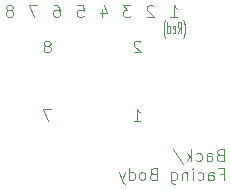
<source format=gbr>
%TF.GenerationSoftware,KiCad,Pcbnew,9.0.0*%
%TF.CreationDate,2025-03-11T10:13:07-07:00*%
%TF.ProjectId,360LPNeckfromBodyWithPinHeaders,3336304c-504e-4656-936b-66726f6d426f,rev?*%
%TF.SameCoordinates,Original*%
%TF.FileFunction,Legend,Bot*%
%TF.FilePolarity,Positive*%
%FSLAX46Y46*%
G04 Gerber Fmt 4.6, Leading zero omitted, Abs format (unit mm)*
G04 Created by KiCad (PCBNEW 9.0.0) date 2025-03-11 10:13:07*
%MOMM*%
%LPD*%
G01*
G04 APERTURE LIST*
%ADD10C,0.100000*%
G04 APERTURE END LIST*
D10*
X35741353Y-22622419D02*
X35122306Y-22622419D01*
X35122306Y-22622419D02*
X35455639Y-23003371D01*
X35455639Y-23003371D02*
X35312782Y-23003371D01*
X35312782Y-23003371D02*
X35217544Y-23050990D01*
X35217544Y-23050990D02*
X35169925Y-23098609D01*
X35169925Y-23098609D02*
X35122306Y-23193847D01*
X35122306Y-23193847D02*
X35122306Y-23431942D01*
X35122306Y-23431942D02*
X35169925Y-23527180D01*
X35169925Y-23527180D02*
X35217544Y-23574800D01*
X35217544Y-23574800D02*
X35312782Y-23622419D01*
X35312782Y-23622419D02*
X35598496Y-23622419D01*
X35598496Y-23622419D02*
X35693734Y-23574800D01*
X35693734Y-23574800D02*
X35741353Y-23527180D01*
X39122306Y-23622419D02*
X39693734Y-23622419D01*
X39408020Y-23622419D02*
X39408020Y-22622419D01*
X39408020Y-22622419D02*
X39503258Y-22765276D01*
X39503258Y-22765276D02*
X39598496Y-22860514D01*
X39598496Y-22860514D02*
X39693734Y-22908133D01*
X25603258Y-23050990D02*
X25698496Y-23003371D01*
X25698496Y-23003371D02*
X25746115Y-22955752D01*
X25746115Y-22955752D02*
X25793734Y-22860514D01*
X25793734Y-22860514D02*
X25793734Y-22812895D01*
X25793734Y-22812895D02*
X25746115Y-22717657D01*
X25746115Y-22717657D02*
X25698496Y-22670038D01*
X25698496Y-22670038D02*
X25603258Y-22622419D01*
X25603258Y-22622419D02*
X25412782Y-22622419D01*
X25412782Y-22622419D02*
X25317544Y-22670038D01*
X25317544Y-22670038D02*
X25269925Y-22717657D01*
X25269925Y-22717657D02*
X25222306Y-22812895D01*
X25222306Y-22812895D02*
X25222306Y-22860514D01*
X25222306Y-22860514D02*
X25269925Y-22955752D01*
X25269925Y-22955752D02*
X25317544Y-23003371D01*
X25317544Y-23003371D02*
X25412782Y-23050990D01*
X25412782Y-23050990D02*
X25603258Y-23050990D01*
X25603258Y-23050990D02*
X25698496Y-23098609D01*
X25698496Y-23098609D02*
X25746115Y-23146228D01*
X25746115Y-23146228D02*
X25793734Y-23241466D01*
X25793734Y-23241466D02*
X25793734Y-23431942D01*
X25793734Y-23431942D02*
X25746115Y-23527180D01*
X25746115Y-23527180D02*
X25698496Y-23574800D01*
X25698496Y-23574800D02*
X25603258Y-23622419D01*
X25603258Y-23622419D02*
X25412782Y-23622419D01*
X25412782Y-23622419D02*
X25317544Y-23574800D01*
X25317544Y-23574800D02*
X25269925Y-23527180D01*
X25269925Y-23527180D02*
X25222306Y-23431942D01*
X25222306Y-23431942D02*
X25222306Y-23241466D01*
X25222306Y-23241466D02*
X25269925Y-23146228D01*
X25269925Y-23146228D02*
X25317544Y-23098609D01*
X25317544Y-23098609D02*
X25412782Y-23050990D01*
X27841353Y-22622419D02*
X27174687Y-22622419D01*
X27174687Y-22622419D02*
X27603258Y-23622419D01*
X29041353Y-31422419D02*
X28374687Y-31422419D01*
X28374687Y-31422419D02*
X28803258Y-32422419D01*
X40222306Y-25403371D02*
X40246115Y-25355752D01*
X40246115Y-25355752D02*
X40293734Y-25212895D01*
X40293734Y-25212895D02*
X40317544Y-25117657D01*
X40317544Y-25117657D02*
X40341353Y-24974800D01*
X40341353Y-24974800D02*
X40365163Y-24736704D01*
X40365163Y-24736704D02*
X40365163Y-24546228D01*
X40365163Y-24546228D02*
X40341353Y-24308133D01*
X40341353Y-24308133D02*
X40317544Y-24165276D01*
X40317544Y-24165276D02*
X40293734Y-24070038D01*
X40293734Y-24070038D02*
X40246115Y-23927180D01*
X40246115Y-23927180D02*
X40222306Y-23879561D01*
X39746116Y-25022419D02*
X39912782Y-24546228D01*
X40031830Y-25022419D02*
X40031830Y-24022419D01*
X40031830Y-24022419D02*
X39841354Y-24022419D01*
X39841354Y-24022419D02*
X39793735Y-24070038D01*
X39793735Y-24070038D02*
X39769925Y-24117657D01*
X39769925Y-24117657D02*
X39746116Y-24212895D01*
X39746116Y-24212895D02*
X39746116Y-24355752D01*
X39746116Y-24355752D02*
X39769925Y-24450990D01*
X39769925Y-24450990D02*
X39793735Y-24498609D01*
X39793735Y-24498609D02*
X39841354Y-24546228D01*
X39841354Y-24546228D02*
X40031830Y-24546228D01*
X39341354Y-24974800D02*
X39388973Y-25022419D01*
X39388973Y-25022419D02*
X39484211Y-25022419D01*
X39484211Y-25022419D02*
X39531830Y-24974800D01*
X39531830Y-24974800D02*
X39555639Y-24879561D01*
X39555639Y-24879561D02*
X39555639Y-24498609D01*
X39555639Y-24498609D02*
X39531830Y-24403371D01*
X39531830Y-24403371D02*
X39484211Y-24355752D01*
X39484211Y-24355752D02*
X39388973Y-24355752D01*
X39388973Y-24355752D02*
X39341354Y-24403371D01*
X39341354Y-24403371D02*
X39317544Y-24498609D01*
X39317544Y-24498609D02*
X39317544Y-24593847D01*
X39317544Y-24593847D02*
X39555639Y-24689085D01*
X38888973Y-25022419D02*
X38888973Y-24022419D01*
X38888973Y-24974800D02*
X38936592Y-25022419D01*
X38936592Y-25022419D02*
X39031830Y-25022419D01*
X39031830Y-25022419D02*
X39079449Y-24974800D01*
X39079449Y-24974800D02*
X39103259Y-24927180D01*
X39103259Y-24927180D02*
X39127068Y-24831942D01*
X39127068Y-24831942D02*
X39127068Y-24546228D01*
X39127068Y-24546228D02*
X39103259Y-24450990D01*
X39103259Y-24450990D02*
X39079449Y-24403371D01*
X39079449Y-24403371D02*
X39031830Y-24355752D01*
X39031830Y-24355752D02*
X38936592Y-24355752D01*
X38936592Y-24355752D02*
X38888973Y-24403371D01*
X38698497Y-25403371D02*
X38674687Y-25355752D01*
X38674687Y-25355752D02*
X38627068Y-25212895D01*
X38627068Y-25212895D02*
X38603259Y-25117657D01*
X38603259Y-25117657D02*
X38579449Y-24974800D01*
X38579449Y-24974800D02*
X38555640Y-24736704D01*
X38555640Y-24736704D02*
X38555640Y-24546228D01*
X38555640Y-24546228D02*
X38579449Y-24308133D01*
X38579449Y-24308133D02*
X38603259Y-24165276D01*
X38603259Y-24165276D02*
X38627068Y-24070038D01*
X38627068Y-24070038D02*
X38674687Y-23927180D01*
X38674687Y-23927180D02*
X38698497Y-23879561D01*
X36593734Y-25717657D02*
X36546115Y-25670038D01*
X36546115Y-25670038D02*
X36450877Y-25622419D01*
X36450877Y-25622419D02*
X36212782Y-25622419D01*
X36212782Y-25622419D02*
X36117544Y-25670038D01*
X36117544Y-25670038D02*
X36069925Y-25717657D01*
X36069925Y-25717657D02*
X36022306Y-25812895D01*
X36022306Y-25812895D02*
X36022306Y-25908133D01*
X36022306Y-25908133D02*
X36069925Y-26050990D01*
X36069925Y-26050990D02*
X36641353Y-26622419D01*
X36641353Y-26622419D02*
X36022306Y-26622419D01*
X31269925Y-22622419D02*
X31746115Y-22622419D01*
X31746115Y-22622419D02*
X31793734Y-23098609D01*
X31793734Y-23098609D02*
X31746115Y-23050990D01*
X31746115Y-23050990D02*
X31650877Y-23003371D01*
X31650877Y-23003371D02*
X31412782Y-23003371D01*
X31412782Y-23003371D02*
X31317544Y-23050990D01*
X31317544Y-23050990D02*
X31269925Y-23098609D01*
X31269925Y-23098609D02*
X31222306Y-23193847D01*
X31222306Y-23193847D02*
X31222306Y-23431942D01*
X31222306Y-23431942D02*
X31269925Y-23527180D01*
X31269925Y-23527180D02*
X31317544Y-23574800D01*
X31317544Y-23574800D02*
X31412782Y-23622419D01*
X31412782Y-23622419D02*
X31650877Y-23622419D01*
X31650877Y-23622419D02*
X31746115Y-23574800D01*
X31746115Y-23574800D02*
X31793734Y-23527180D01*
X43312782Y-35288665D02*
X43169925Y-35336284D01*
X43169925Y-35336284D02*
X43122306Y-35383903D01*
X43122306Y-35383903D02*
X43074687Y-35479141D01*
X43074687Y-35479141D02*
X43074687Y-35621998D01*
X43074687Y-35621998D02*
X43122306Y-35717236D01*
X43122306Y-35717236D02*
X43169925Y-35764856D01*
X43169925Y-35764856D02*
X43265163Y-35812475D01*
X43265163Y-35812475D02*
X43646115Y-35812475D01*
X43646115Y-35812475D02*
X43646115Y-34812475D01*
X43646115Y-34812475D02*
X43312782Y-34812475D01*
X43312782Y-34812475D02*
X43217544Y-34860094D01*
X43217544Y-34860094D02*
X43169925Y-34907713D01*
X43169925Y-34907713D02*
X43122306Y-35002951D01*
X43122306Y-35002951D02*
X43122306Y-35098189D01*
X43122306Y-35098189D02*
X43169925Y-35193427D01*
X43169925Y-35193427D02*
X43217544Y-35241046D01*
X43217544Y-35241046D02*
X43312782Y-35288665D01*
X43312782Y-35288665D02*
X43646115Y-35288665D01*
X42217544Y-35812475D02*
X42217544Y-35288665D01*
X42217544Y-35288665D02*
X42265163Y-35193427D01*
X42265163Y-35193427D02*
X42360401Y-35145808D01*
X42360401Y-35145808D02*
X42550877Y-35145808D01*
X42550877Y-35145808D02*
X42646115Y-35193427D01*
X42217544Y-35764856D02*
X42312782Y-35812475D01*
X42312782Y-35812475D02*
X42550877Y-35812475D01*
X42550877Y-35812475D02*
X42646115Y-35764856D01*
X42646115Y-35764856D02*
X42693734Y-35669617D01*
X42693734Y-35669617D02*
X42693734Y-35574379D01*
X42693734Y-35574379D02*
X42646115Y-35479141D01*
X42646115Y-35479141D02*
X42550877Y-35431522D01*
X42550877Y-35431522D02*
X42312782Y-35431522D01*
X42312782Y-35431522D02*
X42217544Y-35383903D01*
X41312782Y-35764856D02*
X41408020Y-35812475D01*
X41408020Y-35812475D02*
X41598496Y-35812475D01*
X41598496Y-35812475D02*
X41693734Y-35764856D01*
X41693734Y-35764856D02*
X41741353Y-35717236D01*
X41741353Y-35717236D02*
X41788972Y-35621998D01*
X41788972Y-35621998D02*
X41788972Y-35336284D01*
X41788972Y-35336284D02*
X41741353Y-35241046D01*
X41741353Y-35241046D02*
X41693734Y-35193427D01*
X41693734Y-35193427D02*
X41598496Y-35145808D01*
X41598496Y-35145808D02*
X41408020Y-35145808D01*
X41408020Y-35145808D02*
X41312782Y-35193427D01*
X40884210Y-35812475D02*
X40884210Y-34812475D01*
X40788972Y-35431522D02*
X40503258Y-35812475D01*
X40503258Y-35145808D02*
X40884210Y-35526760D01*
X39360401Y-34764856D02*
X40217543Y-36050570D01*
X43312782Y-36898609D02*
X43646115Y-36898609D01*
X43646115Y-37422419D02*
X43646115Y-36422419D01*
X43646115Y-36422419D02*
X43169925Y-36422419D01*
X42360401Y-37422419D02*
X42360401Y-36898609D01*
X42360401Y-36898609D02*
X42408020Y-36803371D01*
X42408020Y-36803371D02*
X42503258Y-36755752D01*
X42503258Y-36755752D02*
X42693734Y-36755752D01*
X42693734Y-36755752D02*
X42788972Y-36803371D01*
X42360401Y-37374800D02*
X42455639Y-37422419D01*
X42455639Y-37422419D02*
X42693734Y-37422419D01*
X42693734Y-37422419D02*
X42788972Y-37374800D01*
X42788972Y-37374800D02*
X42836591Y-37279561D01*
X42836591Y-37279561D02*
X42836591Y-37184323D01*
X42836591Y-37184323D02*
X42788972Y-37089085D01*
X42788972Y-37089085D02*
X42693734Y-37041466D01*
X42693734Y-37041466D02*
X42455639Y-37041466D01*
X42455639Y-37041466D02*
X42360401Y-36993847D01*
X41455639Y-37374800D02*
X41550877Y-37422419D01*
X41550877Y-37422419D02*
X41741353Y-37422419D01*
X41741353Y-37422419D02*
X41836591Y-37374800D01*
X41836591Y-37374800D02*
X41884210Y-37327180D01*
X41884210Y-37327180D02*
X41931829Y-37231942D01*
X41931829Y-37231942D02*
X41931829Y-36946228D01*
X41931829Y-36946228D02*
X41884210Y-36850990D01*
X41884210Y-36850990D02*
X41836591Y-36803371D01*
X41836591Y-36803371D02*
X41741353Y-36755752D01*
X41741353Y-36755752D02*
X41550877Y-36755752D01*
X41550877Y-36755752D02*
X41455639Y-36803371D01*
X41027067Y-37422419D02*
X41027067Y-36755752D01*
X41027067Y-36422419D02*
X41074686Y-36470038D01*
X41074686Y-36470038D02*
X41027067Y-36517657D01*
X41027067Y-36517657D02*
X40979448Y-36470038D01*
X40979448Y-36470038D02*
X41027067Y-36422419D01*
X41027067Y-36422419D02*
X41027067Y-36517657D01*
X40550877Y-36755752D02*
X40550877Y-37422419D01*
X40550877Y-36850990D02*
X40503258Y-36803371D01*
X40503258Y-36803371D02*
X40408020Y-36755752D01*
X40408020Y-36755752D02*
X40265163Y-36755752D01*
X40265163Y-36755752D02*
X40169925Y-36803371D01*
X40169925Y-36803371D02*
X40122306Y-36898609D01*
X40122306Y-36898609D02*
X40122306Y-37422419D01*
X39217544Y-36755752D02*
X39217544Y-37565276D01*
X39217544Y-37565276D02*
X39265163Y-37660514D01*
X39265163Y-37660514D02*
X39312782Y-37708133D01*
X39312782Y-37708133D02*
X39408020Y-37755752D01*
X39408020Y-37755752D02*
X39550877Y-37755752D01*
X39550877Y-37755752D02*
X39646115Y-37708133D01*
X39217544Y-37374800D02*
X39312782Y-37422419D01*
X39312782Y-37422419D02*
X39503258Y-37422419D01*
X39503258Y-37422419D02*
X39598496Y-37374800D01*
X39598496Y-37374800D02*
X39646115Y-37327180D01*
X39646115Y-37327180D02*
X39693734Y-37231942D01*
X39693734Y-37231942D02*
X39693734Y-36946228D01*
X39693734Y-36946228D02*
X39646115Y-36850990D01*
X39646115Y-36850990D02*
X39598496Y-36803371D01*
X39598496Y-36803371D02*
X39503258Y-36755752D01*
X39503258Y-36755752D02*
X39312782Y-36755752D01*
X39312782Y-36755752D02*
X39217544Y-36803371D01*
X37646115Y-36898609D02*
X37503258Y-36946228D01*
X37503258Y-36946228D02*
X37455639Y-36993847D01*
X37455639Y-36993847D02*
X37408020Y-37089085D01*
X37408020Y-37089085D02*
X37408020Y-37231942D01*
X37408020Y-37231942D02*
X37455639Y-37327180D01*
X37455639Y-37327180D02*
X37503258Y-37374800D01*
X37503258Y-37374800D02*
X37598496Y-37422419D01*
X37598496Y-37422419D02*
X37979448Y-37422419D01*
X37979448Y-37422419D02*
X37979448Y-36422419D01*
X37979448Y-36422419D02*
X37646115Y-36422419D01*
X37646115Y-36422419D02*
X37550877Y-36470038D01*
X37550877Y-36470038D02*
X37503258Y-36517657D01*
X37503258Y-36517657D02*
X37455639Y-36612895D01*
X37455639Y-36612895D02*
X37455639Y-36708133D01*
X37455639Y-36708133D02*
X37503258Y-36803371D01*
X37503258Y-36803371D02*
X37550877Y-36850990D01*
X37550877Y-36850990D02*
X37646115Y-36898609D01*
X37646115Y-36898609D02*
X37979448Y-36898609D01*
X36836591Y-37422419D02*
X36931829Y-37374800D01*
X36931829Y-37374800D02*
X36979448Y-37327180D01*
X36979448Y-37327180D02*
X37027067Y-37231942D01*
X37027067Y-37231942D02*
X37027067Y-36946228D01*
X37027067Y-36946228D02*
X36979448Y-36850990D01*
X36979448Y-36850990D02*
X36931829Y-36803371D01*
X36931829Y-36803371D02*
X36836591Y-36755752D01*
X36836591Y-36755752D02*
X36693734Y-36755752D01*
X36693734Y-36755752D02*
X36598496Y-36803371D01*
X36598496Y-36803371D02*
X36550877Y-36850990D01*
X36550877Y-36850990D02*
X36503258Y-36946228D01*
X36503258Y-36946228D02*
X36503258Y-37231942D01*
X36503258Y-37231942D02*
X36550877Y-37327180D01*
X36550877Y-37327180D02*
X36598496Y-37374800D01*
X36598496Y-37374800D02*
X36693734Y-37422419D01*
X36693734Y-37422419D02*
X36836591Y-37422419D01*
X35646115Y-37422419D02*
X35646115Y-36422419D01*
X35646115Y-37374800D02*
X35741353Y-37422419D01*
X35741353Y-37422419D02*
X35931829Y-37422419D01*
X35931829Y-37422419D02*
X36027067Y-37374800D01*
X36027067Y-37374800D02*
X36074686Y-37327180D01*
X36074686Y-37327180D02*
X36122305Y-37231942D01*
X36122305Y-37231942D02*
X36122305Y-36946228D01*
X36122305Y-36946228D02*
X36074686Y-36850990D01*
X36074686Y-36850990D02*
X36027067Y-36803371D01*
X36027067Y-36803371D02*
X35931829Y-36755752D01*
X35931829Y-36755752D02*
X35741353Y-36755752D01*
X35741353Y-36755752D02*
X35646115Y-36803371D01*
X35265162Y-36755752D02*
X35027067Y-37422419D01*
X34788972Y-36755752D02*
X35027067Y-37422419D01*
X35027067Y-37422419D02*
X35122305Y-37660514D01*
X35122305Y-37660514D02*
X35169924Y-37708133D01*
X35169924Y-37708133D02*
X35265162Y-37755752D01*
X33317544Y-22955752D02*
X33317544Y-23622419D01*
X33555639Y-22574800D02*
X33793734Y-23289085D01*
X33793734Y-23289085D02*
X33174687Y-23289085D01*
X29317544Y-22622419D02*
X29508020Y-22622419D01*
X29508020Y-22622419D02*
X29603258Y-22670038D01*
X29603258Y-22670038D02*
X29650877Y-22717657D01*
X29650877Y-22717657D02*
X29746115Y-22860514D01*
X29746115Y-22860514D02*
X29793734Y-23050990D01*
X29793734Y-23050990D02*
X29793734Y-23431942D01*
X29793734Y-23431942D02*
X29746115Y-23527180D01*
X29746115Y-23527180D02*
X29698496Y-23574800D01*
X29698496Y-23574800D02*
X29603258Y-23622419D01*
X29603258Y-23622419D02*
X29412782Y-23622419D01*
X29412782Y-23622419D02*
X29317544Y-23574800D01*
X29317544Y-23574800D02*
X29269925Y-23527180D01*
X29269925Y-23527180D02*
X29222306Y-23431942D01*
X29222306Y-23431942D02*
X29222306Y-23193847D01*
X29222306Y-23193847D02*
X29269925Y-23098609D01*
X29269925Y-23098609D02*
X29317544Y-23050990D01*
X29317544Y-23050990D02*
X29412782Y-23003371D01*
X29412782Y-23003371D02*
X29603258Y-23003371D01*
X29603258Y-23003371D02*
X29698496Y-23050990D01*
X29698496Y-23050990D02*
X29746115Y-23098609D01*
X29746115Y-23098609D02*
X29793734Y-23193847D01*
X28803258Y-26050990D02*
X28898496Y-26003371D01*
X28898496Y-26003371D02*
X28946115Y-25955752D01*
X28946115Y-25955752D02*
X28993734Y-25860514D01*
X28993734Y-25860514D02*
X28993734Y-25812895D01*
X28993734Y-25812895D02*
X28946115Y-25717657D01*
X28946115Y-25717657D02*
X28898496Y-25670038D01*
X28898496Y-25670038D02*
X28803258Y-25622419D01*
X28803258Y-25622419D02*
X28612782Y-25622419D01*
X28612782Y-25622419D02*
X28517544Y-25670038D01*
X28517544Y-25670038D02*
X28469925Y-25717657D01*
X28469925Y-25717657D02*
X28422306Y-25812895D01*
X28422306Y-25812895D02*
X28422306Y-25860514D01*
X28422306Y-25860514D02*
X28469925Y-25955752D01*
X28469925Y-25955752D02*
X28517544Y-26003371D01*
X28517544Y-26003371D02*
X28612782Y-26050990D01*
X28612782Y-26050990D02*
X28803258Y-26050990D01*
X28803258Y-26050990D02*
X28898496Y-26098609D01*
X28898496Y-26098609D02*
X28946115Y-26146228D01*
X28946115Y-26146228D02*
X28993734Y-26241466D01*
X28993734Y-26241466D02*
X28993734Y-26431942D01*
X28993734Y-26431942D02*
X28946115Y-26527180D01*
X28946115Y-26527180D02*
X28898496Y-26574800D01*
X28898496Y-26574800D02*
X28803258Y-26622419D01*
X28803258Y-26622419D02*
X28612782Y-26622419D01*
X28612782Y-26622419D02*
X28517544Y-26574800D01*
X28517544Y-26574800D02*
X28469925Y-26527180D01*
X28469925Y-26527180D02*
X28422306Y-26431942D01*
X28422306Y-26431942D02*
X28422306Y-26241466D01*
X28422306Y-26241466D02*
X28469925Y-26146228D01*
X28469925Y-26146228D02*
X28517544Y-26098609D01*
X28517544Y-26098609D02*
X28612782Y-26050990D01*
X37693734Y-22717657D02*
X37646115Y-22670038D01*
X37646115Y-22670038D02*
X37550877Y-22622419D01*
X37550877Y-22622419D02*
X37312782Y-22622419D01*
X37312782Y-22622419D02*
X37217544Y-22670038D01*
X37217544Y-22670038D02*
X37169925Y-22717657D01*
X37169925Y-22717657D02*
X37122306Y-22812895D01*
X37122306Y-22812895D02*
X37122306Y-22908133D01*
X37122306Y-22908133D02*
X37169925Y-23050990D01*
X37169925Y-23050990D02*
X37741353Y-23622419D01*
X37741353Y-23622419D02*
X37122306Y-23622419D01*
X36022306Y-32422419D02*
X36593734Y-32422419D01*
X36308020Y-32422419D02*
X36308020Y-31422419D01*
X36308020Y-31422419D02*
X36403258Y-31565276D01*
X36403258Y-31565276D02*
X36498496Y-31660514D01*
X36498496Y-31660514D02*
X36593734Y-31708133D01*
M02*

</source>
